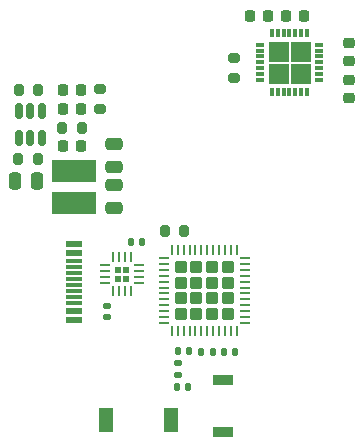
<source format=gbr>
%TF.GenerationSoftware,KiCad,Pcbnew,7.0.10*%
%TF.CreationDate,2024-02-04T10:39:00+08:00*%
%TF.ProjectId,42stepmotor,34327374-6570-46d6-9f74-6f722e6b6963,rev?*%
%TF.SameCoordinates,Original*%
%TF.FileFunction,Paste,Top*%
%TF.FilePolarity,Positive*%
%FSLAX46Y46*%
G04 Gerber Fmt 4.6, Leading zero omitted, Abs format (unit mm)*
G04 Created by KiCad (PCBNEW 7.0.10) date 2024-02-04 10:39:00*
%MOMM*%
%LPD*%
G01*
G04 APERTURE LIST*
G04 Aperture macros list*
%AMRoundRect*
0 Rectangle with rounded corners*
0 $1 Rounding radius*
0 $2 $3 $4 $5 $6 $7 $8 $9 X,Y pos of 4 corners*
0 Add a 4 corners polygon primitive as box body*
4,1,4,$2,$3,$4,$5,$6,$7,$8,$9,$2,$3,0*
0 Add four circle primitives for the rounded corners*
1,1,$1+$1,$2,$3*
1,1,$1+$1,$4,$5*
1,1,$1+$1,$6,$7*
1,1,$1+$1,$8,$9*
0 Add four rect primitives between the rounded corners*
20,1,$1+$1,$2,$3,$4,$5,0*
20,1,$1+$1,$4,$5,$6,$7,0*
20,1,$1+$1,$6,$7,$8,$9,0*
20,1,$1+$1,$8,$9,$2,$3,0*%
G04 Aperture macros list end*
%ADD10C,0.025400*%
%ADD11RoundRect,0.140000X0.140000X0.170000X-0.140000X0.170000X-0.140000X-0.170000X0.140000X-0.170000X0*%
%ADD12RoundRect,0.218750X-0.218750X-0.256250X0.218750X-0.256250X0.218750X0.256250X-0.218750X0.256250X0*%
%ADD13R,1.450000X0.600000*%
%ADD14R,1.450000X0.300000*%
%ADD15RoundRect,0.225000X-0.225000X-0.250000X0.225000X-0.250000X0.225000X0.250000X-0.225000X0.250000X0*%
%ADD16RoundRect,0.225000X-0.250000X0.225000X-0.250000X-0.225000X0.250000X-0.225000X0.250000X0.225000X0*%
%ADD17R,0.304800X0.711200*%
%ADD18R,0.711200X0.304800*%
%ADD19RoundRect,0.250000X0.475000X-0.250000X0.475000X0.250000X-0.475000X0.250000X-0.475000X-0.250000X0*%
%ADD20RoundRect,0.200000X-0.200000X-0.275000X0.200000X-0.275000X0.200000X0.275000X-0.200000X0.275000X0*%
%ADD21RoundRect,0.140000X0.170000X-0.140000X0.170000X0.140000X-0.170000X0.140000X-0.170000X-0.140000X0*%
%ADD22R,1.700000X0.900000*%
%ADD23RoundRect,0.200000X0.275000X-0.200000X0.275000X0.200000X-0.275000X0.200000X-0.275000X-0.200000X0*%
%ADD24RoundRect,0.145000X-0.145000X0.145000X-0.145000X-0.145000X0.145000X-0.145000X0.145000X0.145000X0*%
%ADD25RoundRect,0.062500X-0.062500X0.375000X-0.062500X-0.375000X0.062500X-0.375000X0.062500X0.375000X0*%
%ADD26RoundRect,0.062500X-0.375000X0.062500X-0.375000X-0.062500X0.375000X-0.062500X0.375000X0.062500X0*%
%ADD27RoundRect,0.135000X-0.135000X-0.185000X0.135000X-0.185000X0.135000X0.185000X-0.135000X0.185000X0*%
%ADD28RoundRect,0.150000X-0.150000X0.512500X-0.150000X-0.512500X0.150000X-0.512500X0.150000X0.512500X0*%
%ADD29R,3.700000X1.900000*%
%ADD30RoundRect,0.225000X0.225000X0.250000X-0.225000X0.250000X-0.225000X-0.250000X0.225000X-0.250000X0*%
%ADD31R,1.200000X2.000000*%
%ADD32RoundRect,0.250000X0.250000X0.475000X-0.250000X0.475000X-0.250000X-0.475000X0.250000X-0.475000X0*%
%ADD33RoundRect,0.250000X-0.475000X0.250000X-0.475000X-0.250000X0.475000X-0.250000X0.475000X0.250000X0*%
%ADD34RoundRect,0.140000X-0.140000X-0.170000X0.140000X-0.170000X0.140000X0.170000X-0.140000X0.170000X0*%
%ADD35RoundRect,0.250000X0.285000X-0.285000X0.285000X0.285000X-0.285000X0.285000X-0.285000X-0.285000X0*%
%ADD36RoundRect,0.062500X0.062500X-0.337500X0.062500X0.337500X-0.062500X0.337500X-0.062500X-0.337500X0*%
%ADD37RoundRect,0.062500X0.337500X-0.062500X0.337500X0.062500X-0.337500X0.062500X-0.337500X-0.062500X0*%
%ADD38RoundRect,0.200000X0.200000X0.275000X-0.200000X0.275000X-0.200000X-0.275000X0.200000X-0.275000X0*%
%ADD39RoundRect,0.147500X0.172500X-0.147500X0.172500X0.147500X-0.172500X0.147500X-0.172500X-0.147500X0*%
G04 APERTURE END LIST*
%TO.C,U5*%
D10*
X120550760Y-91900760D02*
X118896560Y-91900760D01*
X118896560Y-90246560D01*
X120550760Y-90246560D01*
X120550760Y-91900760D01*
G36*
X120550760Y-91900760D02*
G01*
X118896560Y-91900760D01*
X118896560Y-90246560D01*
X120550760Y-90246560D01*
X120550760Y-91900760D01*
G37*
X120550760Y-93754960D02*
X118896560Y-93754960D01*
X118896560Y-92100760D01*
X120550760Y-92100760D01*
X120550760Y-93754960D01*
G36*
X120550760Y-93754960D02*
G01*
X118896560Y-93754960D01*
X118896560Y-92100760D01*
X120550760Y-92100760D01*
X120550760Y-93754960D01*
G37*
X122404960Y-91900760D02*
X120750760Y-91900760D01*
X120750760Y-90246560D01*
X122404960Y-90246560D01*
X122404960Y-91900760D01*
G36*
X122404960Y-91900760D02*
G01*
X120750760Y-91900760D01*
X120750760Y-90246560D01*
X122404960Y-90246560D01*
X122404960Y-91900760D01*
G37*
X122404960Y-93754960D02*
X120750760Y-93754960D01*
X120750760Y-92100760D01*
X122404960Y-92100760D01*
X122404960Y-93754960D01*
G36*
X122404960Y-93754960D02*
G01*
X120750760Y-93754960D01*
X120750760Y-92100760D01*
X122404960Y-92100760D01*
X122404960Y-93754960D01*
G37*
%TD*%
D11*
%TO.C,C7*%
X107220000Y-107200000D03*
X108180000Y-107200000D03*
%TD*%
D12*
%TO.C,D2*%
X103012500Y-94325000D03*
X101437500Y-94325000D03*
%TD*%
D13*
%TO.C,J2*%
X102385000Y-107350000D03*
X102385000Y-108150000D03*
D14*
X102385000Y-109350000D03*
X102385000Y-110350000D03*
X102385000Y-110850000D03*
X102385000Y-111850000D03*
D13*
X102385000Y-113050000D03*
X102385000Y-113850000D03*
X102385000Y-113850000D03*
X102385000Y-113050000D03*
D14*
X102385000Y-112350000D03*
X102385000Y-111350000D03*
X102385000Y-109850000D03*
X102385000Y-108850000D03*
D13*
X102385000Y-108150000D03*
X102385000Y-107350000D03*
%TD*%
D15*
%TO.C,C9*%
X121923510Y-88098510D03*
X120373510Y-88098510D03*
%TD*%
D16*
%TO.C,C11*%
X125650000Y-91875000D03*
X125650000Y-90325000D03*
%TD*%
D17*
%TO.C,U5*%
X122151900Y-94500760D03*
X121651520Y-94500760D03*
X121151141Y-94500760D03*
X120650760Y-94500760D03*
X120150379Y-94500760D03*
X119650000Y-94500760D03*
X119149620Y-94500760D03*
D18*
X118150760Y-93501900D03*
X118150760Y-93001520D03*
X118150760Y-92501141D03*
X118150760Y-92000760D03*
X118150760Y-91500379D03*
X118150760Y-91000000D03*
X118150760Y-90499620D03*
D17*
X119149620Y-89500760D03*
X119650000Y-89500760D03*
X120150379Y-89500760D03*
X120650760Y-89500760D03*
X121151141Y-89500760D03*
X121651520Y-89500760D03*
X122151900Y-89500760D03*
D18*
X123150760Y-90499620D03*
X123150760Y-91000000D03*
X123150760Y-91500379D03*
X123150760Y-92000760D03*
X123150760Y-92501141D03*
X123150760Y-93001520D03*
X123150760Y-93501900D03*
%TD*%
D16*
%TO.C,C12*%
X125650000Y-95025000D03*
X125650000Y-93475000D03*
%TD*%
D11*
%TO.C,CANT_C2*%
X111210000Y-116470000D03*
X112170000Y-116470000D03*
%TD*%
D19*
%TO.C,C4*%
X105825000Y-98925000D03*
X105825000Y-100825000D03*
%TD*%
D20*
%TO.C,R2*%
X99375000Y-94325000D03*
X97725000Y-94325000D03*
%TD*%
D21*
%TO.C,C3*%
X105200000Y-112620000D03*
X105200000Y-113580000D03*
%TD*%
D15*
%TO.C,C2*%
X103000000Y-95925000D03*
X101450000Y-95925000D03*
%TD*%
D22*
%TO.C,SW1*%
X115000000Y-118900000D03*
X115000000Y-123300000D03*
%TD*%
D11*
%TO.C,ANT_C1*%
X111120000Y-119470000D03*
X112080000Y-119470000D03*
%TD*%
D23*
%TO.C,R11*%
X104625000Y-94300000D03*
X104625000Y-95950000D03*
%TD*%
D24*
%TO.C,U1*%
X106822500Y-109590000D03*
X106102500Y-109590000D03*
X106822500Y-110310000D03*
X106102500Y-110310000D03*
D25*
X107212500Y-108512500D03*
X106712500Y-108512500D03*
X106212500Y-108512500D03*
X105712500Y-108512500D03*
D26*
X105025000Y-109200000D03*
X105025000Y-109700000D03*
X105025000Y-110200000D03*
X105025000Y-110700000D03*
D25*
X105712500Y-111387500D03*
X106212500Y-111387500D03*
X106712500Y-111387500D03*
X107212500Y-111387500D03*
D26*
X107900000Y-110700000D03*
X107900000Y-110200000D03*
X107900000Y-109700000D03*
X107900000Y-109200000D03*
%TD*%
D27*
%TO.C,R4*%
X114210000Y-116500000D03*
X113190000Y-116500000D03*
%TD*%
D20*
%TO.C,R1*%
X103050000Y-97525000D03*
X101400000Y-97525000D03*
%TD*%
D28*
%TO.C,U4*%
X99675000Y-98412500D03*
X98725000Y-98412500D03*
X97775000Y-98412500D03*
X97775000Y-96137500D03*
X98725000Y-96137500D03*
X99675000Y-96137500D03*
%TD*%
D20*
%TO.C,R3*%
X99350000Y-100225000D03*
X97700000Y-100225000D03*
%TD*%
D29*
%TO.C,L1*%
X102425000Y-103875000D03*
X102425000Y-101175000D03*
%TD*%
D23*
%TO.C,R9*%
X115948510Y-91673510D03*
X115948510Y-93323510D03*
%TD*%
D30*
%TO.C,C13*%
X117273510Y-88098510D03*
X118823510Y-88098510D03*
%TD*%
D31*
%TO.C,E1*%
X110650000Y-122300000D03*
X105150000Y-122300000D03*
%TD*%
D30*
%TO.C,C1*%
X101450000Y-99125000D03*
X103000000Y-99125000D03*
%TD*%
D32*
%TO.C,C5*%
X97375000Y-102025000D03*
X99275000Y-102025000D03*
%TD*%
D33*
%TO.C,C8*%
X105825000Y-104325000D03*
X105825000Y-102425000D03*
%TD*%
D34*
%TO.C,C6*%
X116080000Y-116500000D03*
X115120000Y-116500000D03*
%TD*%
D35*
%TO.C,U3*%
X111460000Y-113300000D03*
X112780000Y-113300000D03*
X114100000Y-113300000D03*
X115420000Y-113300000D03*
X111460000Y-111980000D03*
X112780000Y-111980000D03*
X114100000Y-111980000D03*
X115420000Y-111980000D03*
X111460000Y-110660000D03*
X112780000Y-110660000D03*
X114100000Y-110660000D03*
X115420000Y-110660000D03*
X111460000Y-109340000D03*
X112780000Y-109340000D03*
X114100000Y-109340000D03*
X115420000Y-109340000D03*
D36*
X110690000Y-114770000D03*
X111190000Y-114770000D03*
X111690000Y-114770000D03*
X112190000Y-114770000D03*
X112690000Y-114770000D03*
X113190000Y-114770000D03*
X113690000Y-114770000D03*
X114190000Y-114770000D03*
X114690000Y-114770000D03*
X115190000Y-114770000D03*
X115690000Y-114770000D03*
X116190000Y-114770000D03*
D37*
X116890000Y-114070000D03*
X116890000Y-113570000D03*
X116890000Y-113070000D03*
X116890000Y-112570000D03*
X116890000Y-112070000D03*
X116890000Y-111570000D03*
X116890000Y-111070000D03*
X116890000Y-110570000D03*
X116890000Y-110070000D03*
X116890000Y-109570000D03*
X116890000Y-109070000D03*
X116890000Y-108570000D03*
D36*
X116190000Y-107870000D03*
X115690000Y-107870000D03*
X115190000Y-107870000D03*
X114690000Y-107870000D03*
X114190000Y-107870000D03*
X113690000Y-107870000D03*
X113190000Y-107870000D03*
X112690000Y-107870000D03*
X112190000Y-107870000D03*
X111690000Y-107870000D03*
X111190000Y-107870000D03*
X110690000Y-107870000D03*
D37*
X109990000Y-108570000D03*
X109990000Y-109070000D03*
X109990000Y-109570000D03*
X109990000Y-110070000D03*
X109990000Y-110570000D03*
X109990000Y-111070000D03*
X109990000Y-111570000D03*
X109990000Y-112070000D03*
X109990000Y-112570000D03*
X109990000Y-113070000D03*
X109990000Y-113570000D03*
X109990000Y-114070000D03*
%TD*%
D38*
%TO.C,R6*%
X110075000Y-106300000D03*
X111725000Y-106300000D03*
%TD*%
D39*
%TO.C,ANT_L1*%
X111200000Y-117485000D03*
X111200000Y-118455000D03*
%TD*%
M02*

</source>
